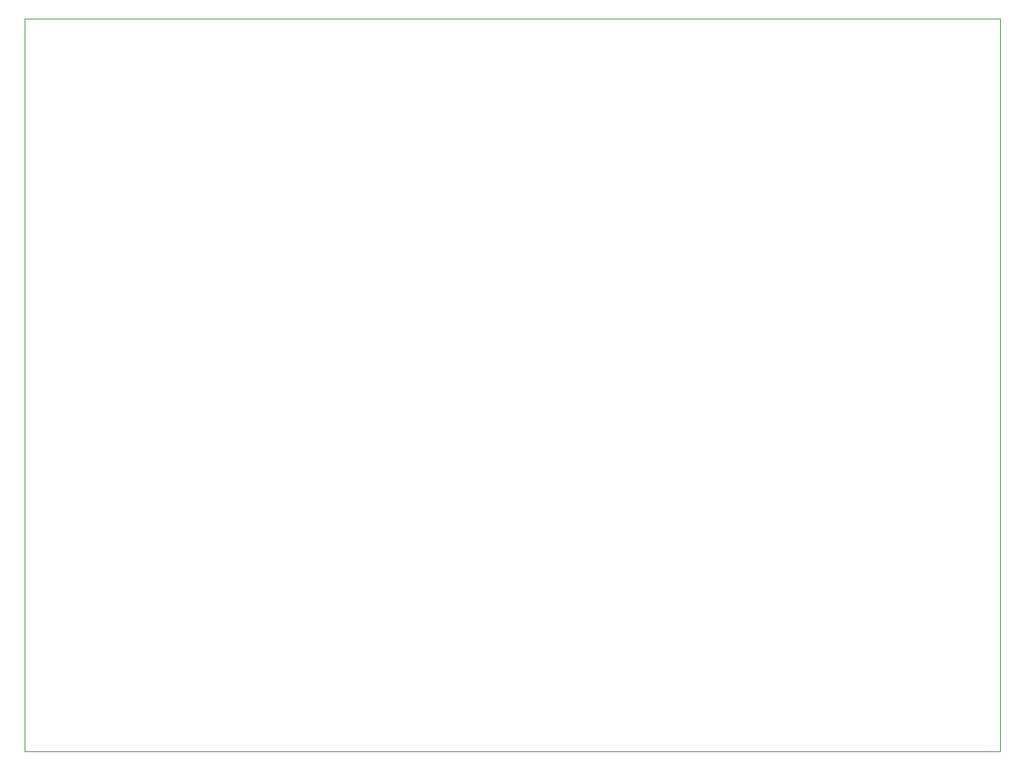
<source format=gbr>
%TF.GenerationSoftware,KiCad,Pcbnew,(5.1.10)-1*%
%TF.CreationDate,2021-07-26T18:41:44-03:00*%
%TF.ProjectId,ASBF,41534246-2e6b-4696-9361-645f70636258,V1.1*%
%TF.SameCoordinates,Original*%
%TF.FileFunction,Profile,NP*%
%FSLAX46Y46*%
G04 Gerber Fmt 4.6, Leading zero omitted, Abs format (unit mm)*
G04 Created by KiCad (PCBNEW (5.1.10)-1) date 2021-07-26 18:41:44*
%MOMM*%
%LPD*%
G01*
G04 APERTURE LIST*
%TA.AperFunction,Profile*%
%ADD10C,0.050000*%
%TD*%
G04 APERTURE END LIST*
D10*
X99883000Y-41027000D02*
X99897000Y-124154000D01*
X210514000Y-124154000D02*
X210514000Y-40969000D01*
X99897000Y-124154000D02*
X210514000Y-124154000D01*
X210514000Y-40969000D02*
X99883000Y-41027000D01*
M02*

</source>
